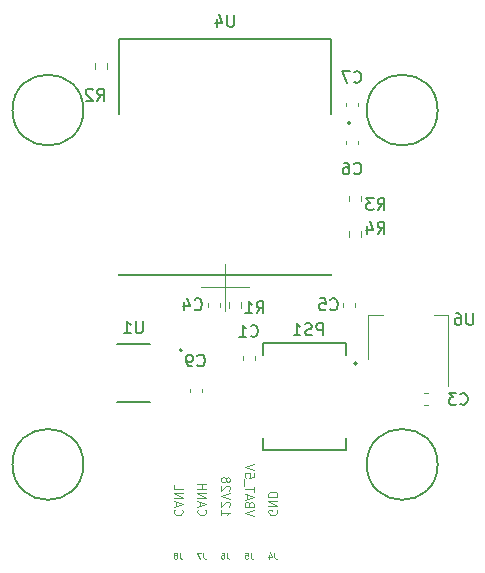
<source format=gbr>
%TF.GenerationSoftware,KiCad,Pcbnew,6.0.11-2627ca5db0~126~ubuntu22.04.1*%
%TF.CreationDate,2023-12-08T19:13:14-08:00*%
%TF.ProjectId,compact-probe,636f6d70-6163-4742-9d70-726f62652e6b,rev?*%
%TF.SameCoordinates,Original*%
%TF.FileFunction,Legend,Bot*%
%TF.FilePolarity,Positive*%
%FSLAX46Y46*%
G04 Gerber Fmt 4.6, Leading zero omitted, Abs format (unit mm)*
G04 Created by KiCad (PCBNEW 6.0.11-2627ca5db0~126~ubuntu22.04.1) date 2023-12-08 19:13:14*
%MOMM*%
%LPD*%
G01*
G04 APERTURE LIST*
%ADD10C,0.050000*%
%ADD11C,0.150000*%
%ADD12C,0.093750*%
%ADD13C,0.125000*%
%ADD14C,0.120000*%
%ADD15C,0.127000*%
%ADD16C,0.200000*%
G04 APERTURE END LIST*
D10*
X0Y2000000D02*
X0Y-2000000D01*
D11*
X18000000Y15000000D02*
G75*
G03*
X18000000Y15000000I-3000000J0D01*
G01*
X-12000000Y-15000000D02*
G75*
G03*
X-12000000Y-15000000I-3000000J0D01*
G01*
X18000000Y-15000000D02*
G75*
G03*
X18000000Y-15000000I-3000000J0D01*
G01*
D10*
X-2000000Y0D02*
X2000000Y0D01*
D11*
X-12000000Y15000000D02*
G75*
G03*
X-12000000Y15000000I-3000000J0D01*
G01*
D12*
X-2267857Y-18831919D02*
X-2303571Y-18867633D01*
X-2339285Y-18974776D01*
X-2339285Y-19046205D01*
X-2303571Y-19153348D01*
X-2232142Y-19224776D01*
X-2160714Y-19260491D01*
X-2017857Y-19296205D01*
X-1910714Y-19296205D01*
X-1767857Y-19260491D01*
X-1696428Y-19224776D01*
X-1625000Y-19153348D01*
X-1589285Y-19046205D01*
X-1589285Y-18974776D01*
X-1625000Y-18867633D01*
X-1660714Y-18831919D01*
X-2125000Y-18546205D02*
X-2124999Y-18189062D01*
X-2339285Y-18617633D02*
X-1589285Y-18367633D01*
X-2339285Y-18117633D01*
X-2339285Y-17867633D02*
X-1589285Y-17867633D01*
X-2339285Y-17439062D01*
X-1589285Y-17439062D01*
X-2339285Y-17081919D02*
X-1589285Y-17081919D01*
X-1946428Y-17081919D02*
X-1946428Y-16653348D01*
X-2339285Y-16653348D02*
X-1589285Y-16653348D01*
X4375000Y-18867633D02*
X4410714Y-18939062D01*
X4410714Y-19046205D01*
X4375000Y-19153348D01*
X4303571Y-19224776D01*
X4232142Y-19260491D01*
X4089285Y-19296205D01*
X3982142Y-19296205D01*
X3839285Y-19260491D01*
X3767857Y-19224776D01*
X3696428Y-19153348D01*
X3660714Y-19046205D01*
X3660714Y-18974776D01*
X3696428Y-18867633D01*
X3732142Y-18831919D01*
X3982142Y-18831919D01*
X3982142Y-18974776D01*
X3660714Y-18510491D02*
X4410714Y-18510491D01*
X3660714Y-18081919D01*
X4410714Y-18081919D01*
X3660714Y-17724776D02*
X4410714Y-17724776D01*
X4410714Y-17546205D01*
X4375000Y-17439062D01*
X4303571Y-17367633D01*
X4232142Y-17331919D01*
X4089285Y-17296205D01*
X3982142Y-17296205D01*
X3839285Y-17331919D01*
X3767857Y-17367633D01*
X3696428Y-17439062D01*
X3660714Y-17546205D01*
X3660714Y-17724776D01*
X-4267857Y-18831919D02*
X-4303571Y-18867633D01*
X-4339285Y-18974776D01*
X-4339285Y-19046205D01*
X-4303571Y-19153348D01*
X-4232142Y-19224776D01*
X-4160714Y-19260491D01*
X-4017857Y-19296205D01*
X-3910714Y-19296205D01*
X-3767857Y-19260491D01*
X-3696428Y-19224776D01*
X-3625000Y-19153348D01*
X-3589285Y-19046205D01*
X-3589285Y-18974776D01*
X-3625000Y-18867633D01*
X-3660714Y-18831919D01*
X-4125000Y-18546205D02*
X-4124999Y-18189062D01*
X-4339285Y-18617633D02*
X-3589285Y-18367633D01*
X-4339285Y-18117633D01*
X-4339285Y-17867633D02*
X-3589285Y-17867633D01*
X-4339285Y-17439062D01*
X-3589285Y-17439062D01*
X-4339285Y-16724776D02*
X-4339285Y-17081919D01*
X-3589285Y-17081919D01*
X-339285Y-18867633D02*
X-339285Y-19296205D01*
X-339285Y-19081919D02*
X410714Y-19081919D01*
X303571Y-19153348D01*
X232142Y-19224776D01*
X196428Y-19296205D01*
X339285Y-18581919D02*
X375000Y-18546205D01*
X410714Y-18474776D01*
X410714Y-18296205D01*
X375000Y-18224776D01*
X339285Y-18189062D01*
X267857Y-18153348D01*
X196428Y-18153348D01*
X89285Y-18189062D01*
X-339285Y-18617633D01*
X-339285Y-18153348D01*
X410714Y-17939062D02*
X-339285Y-17689062D01*
X410714Y-17439062D01*
X339285Y-17224776D02*
X375000Y-17189062D01*
X410714Y-17117633D01*
X410714Y-16939062D01*
X375000Y-16867633D01*
X339285Y-16831919D01*
X267857Y-16796205D01*
X196428Y-16796205D01*
X89285Y-16831919D01*
X-339285Y-17260491D01*
X-339285Y-16796205D01*
X89285Y-16367633D02*
X125000Y-16439062D01*
X160714Y-16474776D01*
X232142Y-16510491D01*
X267857Y-16510491D01*
X339285Y-16474776D01*
X375000Y-16439062D01*
X410714Y-16367633D01*
X410714Y-16224776D01*
X375000Y-16153348D01*
X339285Y-16117633D01*
X267857Y-16081919D01*
X232142Y-16081919D01*
X160714Y-16117633D01*
X125000Y-16153348D01*
X89285Y-16224776D01*
X89285Y-16367633D01*
X53571Y-16439062D01*
X17857Y-16474776D01*
X-53571Y-16510491D01*
X-196428Y-16510491D01*
X-267857Y-16474776D01*
X-303571Y-16439062D01*
X-339285Y-16367633D01*
X-339285Y-16224776D01*
X-303571Y-16153348D01*
X-267857Y-16117633D01*
X-196428Y-16081919D01*
X-53571Y-16081919D01*
X17857Y-16117633D01*
X53571Y-16153348D01*
X89285Y-16224776D01*
X2410714Y-19367633D02*
X1660714Y-19117633D01*
X2410714Y-18867633D01*
X2053571Y-18367633D02*
X2017857Y-18260491D01*
X1982142Y-18224776D01*
X1910714Y-18189062D01*
X1803571Y-18189062D01*
X1732142Y-18224776D01*
X1696428Y-18260491D01*
X1660714Y-18331919D01*
X1660714Y-18617633D01*
X2410714Y-18617633D01*
X2410714Y-18367633D01*
X2375000Y-18296205D01*
X2339285Y-18260491D01*
X2267857Y-18224776D01*
X2196428Y-18224776D01*
X2125000Y-18260491D01*
X2089285Y-18296205D01*
X2053571Y-18367633D01*
X2053571Y-18617633D01*
X1875000Y-17903348D02*
X1875000Y-17546205D01*
X1660714Y-17974776D02*
X2410714Y-17724776D01*
X1660714Y-17474776D01*
X2410714Y-17331919D02*
X2410714Y-16903348D01*
X1660714Y-17117633D02*
X2410714Y-17117633D01*
X1589285Y-16831919D02*
X1589285Y-16260491D01*
X2410714Y-15724776D02*
X2410714Y-16081919D01*
X2053571Y-16117633D01*
X2089285Y-16081919D01*
X2125000Y-16010491D01*
X2125000Y-15831919D01*
X2089285Y-15760491D01*
X2053571Y-15724776D01*
X1982142Y-15689062D01*
X1803571Y-15689062D01*
X1732142Y-15724776D01*
X1696428Y-15760491D01*
X1660714Y-15831919D01*
X1660714Y-16010491D01*
X1696428Y-16081919D01*
X1732142Y-16117633D01*
X2410714Y-15474776D02*
X1660714Y-15224776D01*
X2410714Y-14974776D01*
D11*
%TO.C,C9*%
X-2333333Y-6607142D02*
X-2285714Y-6654761D01*
X-2142857Y-6702380D01*
X-2047619Y-6702380D01*
X-1904761Y-6654761D01*
X-1809523Y-6559523D01*
X-1761904Y-6464285D01*
X-1714285Y-6273809D01*
X-1714285Y-6130952D01*
X-1761904Y-5940476D01*
X-1809523Y-5845238D01*
X-1904761Y-5750000D01*
X-2047619Y-5702380D01*
X-2142857Y-5702380D01*
X-2285714Y-5750000D01*
X-2333333Y-5797619D01*
X-2809523Y-6702380D02*
X-3000000Y-6702380D01*
X-3095238Y-6654761D01*
X-3142857Y-6607142D01*
X-3238095Y-6464285D01*
X-3285714Y-6273809D01*
X-3285714Y-5892857D01*
X-3238095Y-5797619D01*
X-3190476Y-5750000D01*
X-3095238Y-5702380D01*
X-2904761Y-5702380D01*
X-2809523Y-5750000D01*
X-2761904Y-5797619D01*
X-2714285Y-5892857D01*
X-2714285Y-6130952D01*
X-2761904Y-6226190D01*
X-2809523Y-6273809D01*
X-2904761Y-6321428D01*
X-3095238Y-6321428D01*
X-3190476Y-6273809D01*
X-3238095Y-6226190D01*
X-3285714Y-6130952D01*
%TO.C,U6*%
X21011904Y-2202380D02*
X21011904Y-3011904D01*
X20964285Y-3107142D01*
X20916666Y-3154761D01*
X20821428Y-3202380D01*
X20630952Y-3202380D01*
X20535714Y-3154761D01*
X20488095Y-3107142D01*
X20440476Y-3011904D01*
X20440476Y-2202380D01*
X19535714Y-2202380D02*
X19726190Y-2202380D01*
X19821428Y-2250000D01*
X19869047Y-2297619D01*
X19964285Y-2440476D01*
X20011904Y-2630952D01*
X20011904Y-3011904D01*
X19964285Y-3107142D01*
X19916666Y-3154761D01*
X19821428Y-3202380D01*
X19630952Y-3202380D01*
X19535714Y-3154761D01*
X19488095Y-3107142D01*
X19440476Y-3011904D01*
X19440476Y-2773809D01*
X19488095Y-2678571D01*
X19535714Y-2630952D01*
X19630952Y-2583333D01*
X19821428Y-2583333D01*
X19916666Y-2630952D01*
X19964285Y-2678571D01*
X20011904Y-2773809D01*
%TO.C,C5*%
X8916666Y-1857142D02*
X8964285Y-1904761D01*
X9107142Y-1952380D01*
X9202380Y-1952380D01*
X9345238Y-1904761D01*
X9440476Y-1809523D01*
X9488095Y-1714285D01*
X9535714Y-1523809D01*
X9535714Y-1380952D01*
X9488095Y-1190476D01*
X9440476Y-1095238D01*
X9345238Y-1000000D01*
X9202380Y-952380D01*
X9107142Y-952380D01*
X8964285Y-1000000D01*
X8916666Y-1047619D01*
X8011904Y-952380D02*
X8488095Y-952380D01*
X8535714Y-1428571D01*
X8488095Y-1380952D01*
X8392857Y-1333333D01*
X8154761Y-1333333D01*
X8059523Y-1380952D01*
X8011904Y-1428571D01*
X7964285Y-1523809D01*
X7964285Y-1761904D01*
X8011904Y-1857142D01*
X8059523Y-1904761D01*
X8154761Y-1952380D01*
X8392857Y-1952380D01*
X8488095Y-1904761D01*
X8535714Y-1857142D01*
D13*
%TO.C,J6*%
X166666Y-22476190D02*
X166666Y-22833333D01*
X190476Y-22904761D01*
X238095Y-22952380D01*
X309523Y-22976190D01*
X357142Y-22976190D01*
X-285714Y-22476190D02*
X-190476Y-22476190D01*
X-142857Y-22500000D01*
X-119047Y-22523809D01*
X-71428Y-22595238D01*
X-47619Y-22690476D01*
X-47619Y-22880952D01*
X-71428Y-22928571D01*
X-95238Y-22952380D01*
X-142857Y-22976190D01*
X-238095Y-22976190D01*
X-285714Y-22952380D01*
X-309523Y-22928571D01*
X-333333Y-22880952D01*
X-333333Y-22761904D01*
X-309523Y-22714285D01*
X-285714Y-22690476D01*
X-238095Y-22666666D01*
X-142857Y-22666666D01*
X-95238Y-22690476D01*
X-71428Y-22714285D01*
X-47619Y-22761904D01*
D11*
%TO.C,C1*%
X2166666Y-4107142D02*
X2214285Y-4154761D01*
X2357142Y-4202380D01*
X2452380Y-4202380D01*
X2595238Y-4154761D01*
X2690476Y-4059523D01*
X2738095Y-3964285D01*
X2785714Y-3773809D01*
X2785714Y-3630952D01*
X2738095Y-3440476D01*
X2690476Y-3345238D01*
X2595238Y-3250000D01*
X2452380Y-3202380D01*
X2357142Y-3202380D01*
X2214285Y-3250000D01*
X2166666Y-3297619D01*
X1214285Y-4202380D02*
X1785714Y-4202380D01*
X1500000Y-4202380D02*
X1500000Y-3202380D01*
X1595238Y-3345238D01*
X1690476Y-3440476D01*
X1785714Y-3488095D01*
%TO.C,C6*%
X10916666Y9642857D02*
X10964285Y9595238D01*
X11107142Y9547619D01*
X11202380Y9547619D01*
X11345238Y9595238D01*
X11440476Y9690476D01*
X11488095Y9785714D01*
X11535714Y9976190D01*
X11535714Y10119047D01*
X11488095Y10309523D01*
X11440476Y10404761D01*
X11345238Y10500000D01*
X11202380Y10547619D01*
X11107142Y10547619D01*
X10964285Y10500000D01*
X10916666Y10452380D01*
X10059523Y10547619D02*
X10250000Y10547619D01*
X10345238Y10500000D01*
X10392857Y10452380D01*
X10488095Y10309523D01*
X10535714Y10119047D01*
X10535714Y9738095D01*
X10488095Y9642857D01*
X10440476Y9595238D01*
X10345238Y9547619D01*
X10154761Y9547619D01*
X10059523Y9595238D01*
X10011904Y9642857D01*
X9964285Y9738095D01*
X9964285Y9976190D01*
X10011904Y10071428D01*
X10059523Y10119047D01*
X10154761Y10166666D01*
X10345238Y10166666D01*
X10440476Y10119047D01*
X10488095Y10071428D01*
X10535714Y9976190D01*
%TO.C,U1*%
X-6988095Y-2892380D02*
X-6988095Y-3701904D01*
X-7035714Y-3797142D01*
X-7083333Y-3844761D01*
X-7178571Y-3892380D01*
X-7369047Y-3892380D01*
X-7464285Y-3844761D01*
X-7511904Y-3797142D01*
X-7559523Y-3701904D01*
X-7559523Y-2892380D01*
X-8559523Y-3892380D02*
X-7988095Y-3892380D01*
X-8273809Y-3892380D02*
X-8273809Y-2892380D01*
X-8178571Y-3035238D01*
X-8083333Y-3130476D01*
X-7988095Y-3178095D01*
D13*
%TO.C,J5*%
X2166666Y-22476190D02*
X2166666Y-22833333D01*
X2190476Y-22904761D01*
X2238095Y-22952380D01*
X2309523Y-22976190D01*
X2357142Y-22976190D01*
X1690476Y-22476190D02*
X1928571Y-22476190D01*
X1952380Y-22714285D01*
X1928571Y-22690476D01*
X1880952Y-22666666D01*
X1761904Y-22666666D01*
X1714285Y-22690476D01*
X1690476Y-22714285D01*
X1666666Y-22761904D01*
X1666666Y-22880952D01*
X1690476Y-22928571D01*
X1714285Y-22952380D01*
X1761904Y-22976190D01*
X1880952Y-22976190D01*
X1928571Y-22952380D01*
X1952380Y-22928571D01*
%TO.C,J4*%
X4166666Y-22476190D02*
X4166666Y-22833333D01*
X4190476Y-22904761D01*
X4238095Y-22952380D01*
X4309523Y-22976190D01*
X4357142Y-22976190D01*
X3714285Y-22642857D02*
X3714285Y-22976190D01*
X3833333Y-22452380D02*
X3952380Y-22809523D01*
X3642857Y-22809523D01*
%TO.C,J8*%
X-3833333Y-22476190D02*
X-3833333Y-22833333D01*
X-3809523Y-22904761D01*
X-3761904Y-22952380D01*
X-3690476Y-22976190D01*
X-3642857Y-22976190D01*
X-4142857Y-22690476D02*
X-4095238Y-22666666D01*
X-4071428Y-22642857D01*
X-4047619Y-22595238D01*
X-4047619Y-22571428D01*
X-4071428Y-22523809D01*
X-4095238Y-22500000D01*
X-4142857Y-22476190D01*
X-4238095Y-22476190D01*
X-4285714Y-22500000D01*
X-4309523Y-22523809D01*
X-4333333Y-22571428D01*
X-4333333Y-22595238D01*
X-4309523Y-22642857D01*
X-4285714Y-22666666D01*
X-4238095Y-22690476D01*
X-4142857Y-22690476D01*
X-4095238Y-22714285D01*
X-4071428Y-22738095D01*
X-4047619Y-22785714D01*
X-4047619Y-22880952D01*
X-4071428Y-22928571D01*
X-4095238Y-22952380D01*
X-4142857Y-22976190D01*
X-4238095Y-22976190D01*
X-4285714Y-22952380D01*
X-4309523Y-22928571D01*
X-4333333Y-22880952D01*
X-4333333Y-22785714D01*
X-4309523Y-22738095D01*
X-4285714Y-22714285D01*
X-4238095Y-22690476D01*
D11*
%TO.C,R4*%
X12916666Y4547619D02*
X13250000Y5023809D01*
X13488095Y4547619D02*
X13488095Y5547619D01*
X13107142Y5547619D01*
X13011904Y5500000D01*
X12964285Y5452380D01*
X12916666Y5357142D01*
X12916666Y5214285D01*
X12964285Y5119047D01*
X13011904Y5071428D01*
X13107142Y5023809D01*
X13488095Y5023809D01*
X12059523Y5214285D02*
X12059523Y4547619D01*
X12297619Y5595238D02*
X12535714Y4880952D01*
X11916666Y4880952D01*
%TO.C,R1*%
X2666666Y-2202380D02*
X3000000Y-1726190D01*
X3238095Y-2202380D02*
X3238095Y-1202380D01*
X2857142Y-1202380D01*
X2761904Y-1250000D01*
X2714285Y-1297619D01*
X2666666Y-1392857D01*
X2666666Y-1535714D01*
X2714285Y-1630952D01*
X2761904Y-1678571D01*
X2857142Y-1726190D01*
X3238095Y-1726190D01*
X1714285Y-2202380D02*
X2285714Y-2202380D01*
X2000000Y-2202380D02*
X2000000Y-1202380D01*
X2095238Y-1345238D01*
X2190476Y-1440476D01*
X2285714Y-1488095D01*
%TO.C,C7*%
X10916666Y17392857D02*
X10964285Y17345238D01*
X11107142Y17297619D01*
X11202380Y17297619D01*
X11345238Y17345238D01*
X11440476Y17440476D01*
X11488095Y17535714D01*
X11535714Y17726190D01*
X11535714Y17869047D01*
X11488095Y18059523D01*
X11440476Y18154761D01*
X11345238Y18250000D01*
X11202380Y18297619D01*
X11107142Y18297619D01*
X10964285Y18250000D01*
X10916666Y18202380D01*
X10583333Y18297619D02*
X9916666Y18297619D01*
X10345238Y17297619D01*
%TO.C,R2*%
X-10833333Y15797619D02*
X-10500000Y16273809D01*
X-10261904Y15797619D02*
X-10261904Y16797619D01*
X-10642857Y16797619D01*
X-10738095Y16750000D01*
X-10785714Y16702380D01*
X-10833333Y16607142D01*
X-10833333Y16464285D01*
X-10785714Y16369047D01*
X-10738095Y16321428D01*
X-10642857Y16273809D01*
X-10261904Y16273809D01*
X-11214285Y16702380D02*
X-11261904Y16750000D01*
X-11357142Y16797619D01*
X-11595238Y16797619D01*
X-11690476Y16750000D01*
X-11738095Y16702380D01*
X-11785714Y16607142D01*
X-11785714Y16511904D01*
X-11738095Y16369047D01*
X-11166666Y15797619D01*
X-11785714Y15797619D01*
%TO.C,U4*%
X761904Y23047619D02*
X761904Y22238095D01*
X714285Y22142857D01*
X666666Y22095238D01*
X571428Y22047619D01*
X380952Y22047619D01*
X285714Y22095238D01*
X238095Y22142857D01*
X190476Y22238095D01*
X190476Y23047619D01*
X-714285Y22714285D02*
X-714285Y22047619D01*
X-476190Y23095238D02*
X-238095Y22380952D01*
X-857142Y22380952D01*
D13*
%TO.C,J7*%
X-1833333Y-22476190D02*
X-1833333Y-22833333D01*
X-1809523Y-22904761D01*
X-1761904Y-22952380D01*
X-1690476Y-22976190D01*
X-1642857Y-22976190D01*
X-2023809Y-22476190D02*
X-2357142Y-22476190D01*
X-2142857Y-22976190D01*
D11*
%TO.C,R3*%
X12916666Y6547619D02*
X13250000Y7023809D01*
X13488095Y6547619D02*
X13488095Y7547619D01*
X13107142Y7547619D01*
X13011904Y7500000D01*
X12964285Y7452380D01*
X12916666Y7357142D01*
X12916666Y7214285D01*
X12964285Y7119047D01*
X13011904Y7071428D01*
X13107142Y7023809D01*
X13488095Y7023809D01*
X12583333Y7547619D02*
X11964285Y7547619D01*
X12297619Y7166666D01*
X12154761Y7166666D01*
X12059523Y7119047D01*
X12011904Y7071428D01*
X11964285Y6976190D01*
X11964285Y6738095D01*
X12011904Y6642857D01*
X12059523Y6595238D01*
X12154761Y6547619D01*
X12440476Y6547619D01*
X12535714Y6595238D01*
X12583333Y6642857D01*
%TO.C,PS1*%
X8289285Y-4067380D02*
X8289285Y-3067380D01*
X7908333Y-3067380D01*
X7813095Y-3115000D01*
X7765476Y-3162619D01*
X7717857Y-3257857D01*
X7717857Y-3400714D01*
X7765476Y-3495952D01*
X7813095Y-3543571D01*
X7908333Y-3591190D01*
X8289285Y-3591190D01*
X7336904Y-4019761D02*
X7194047Y-4067380D01*
X6955952Y-4067380D01*
X6860714Y-4019761D01*
X6813095Y-3972142D01*
X6765476Y-3876904D01*
X6765476Y-3781666D01*
X6813095Y-3686428D01*
X6860714Y-3638809D01*
X6955952Y-3591190D01*
X7146428Y-3543571D01*
X7241666Y-3495952D01*
X7289285Y-3448333D01*
X7336904Y-3353095D01*
X7336904Y-3257857D01*
X7289285Y-3162619D01*
X7241666Y-3115000D01*
X7146428Y-3067380D01*
X6908333Y-3067380D01*
X6765476Y-3115000D01*
X5813095Y-4067380D02*
X6384523Y-4067380D01*
X6098809Y-4067380D02*
X6098809Y-3067380D01*
X6194047Y-3210238D01*
X6289285Y-3305476D01*
X6384523Y-3353095D01*
%TO.C,C4*%
X-2583333Y-1857142D02*
X-2535714Y-1904761D01*
X-2392857Y-1952380D01*
X-2297619Y-1952380D01*
X-2154761Y-1904761D01*
X-2059523Y-1809523D01*
X-2011904Y-1714285D01*
X-1964285Y-1523809D01*
X-1964285Y-1380952D01*
X-2011904Y-1190476D01*
X-2059523Y-1095238D01*
X-2154761Y-1000000D01*
X-2297619Y-952380D01*
X-2392857Y-952380D01*
X-2535714Y-1000000D01*
X-2583333Y-1047619D01*
X-3440476Y-1285714D02*
X-3440476Y-1952380D01*
X-3202380Y-904761D02*
X-2964285Y-1619047D01*
X-3583333Y-1619047D01*
%TO.C,C3*%
X19916666Y-9857142D02*
X19964285Y-9904761D01*
X20107142Y-9952380D01*
X20202380Y-9952380D01*
X20345238Y-9904761D01*
X20440476Y-9809523D01*
X20488095Y-9714285D01*
X20535714Y-9523809D01*
X20535714Y-9380952D01*
X20488095Y-9190476D01*
X20440476Y-9095238D01*
X20345238Y-9000000D01*
X20202380Y-8952380D01*
X20107142Y-8952380D01*
X19964285Y-9000000D01*
X19916666Y-9047619D01*
X19583333Y-8952380D02*
X18964285Y-8952380D01*
X19297619Y-9333333D01*
X19154761Y-9333333D01*
X19059523Y-9380952D01*
X19011904Y-9428571D01*
X18964285Y-9523809D01*
X18964285Y-9761904D01*
X19011904Y-9857142D01*
X19059523Y-9904761D01*
X19154761Y-9952380D01*
X19440476Y-9952380D01*
X19535714Y-9904761D01*
X19583333Y-9857142D01*
D14*
%TO.C,C9*%
X-1990000Y-8609420D02*
X-1990000Y-8890580D01*
X-3010000Y-8609420D02*
X-3010000Y-8890580D01*
%TO.C,U6*%
X12090000Y-2340000D02*
X13350000Y-2340000D01*
X18910000Y-2340000D02*
X17650000Y-2340000D01*
X18910000Y-8350000D02*
X18910000Y-2340000D01*
X12090000Y-6100000D02*
X12090000Y-2340000D01*
%TO.C,C5*%
X11010000Y-1640580D02*
X11010000Y-1359420D01*
X9990000Y-1640580D02*
X9990000Y-1359420D01*
%TO.C,C1*%
X2510000Y-6140580D02*
X2510000Y-5859420D01*
X1490000Y-6140580D02*
X1490000Y-5859420D01*
%TO.C,C6*%
X10240000Y12390580D02*
X10240000Y12109420D01*
X11260000Y12390580D02*
X11260000Y12109420D01*
D15*
%TO.C,U1*%
X-6360000Y-4800000D02*
X-9140000Y-4800000D01*
X-6360000Y-9700000D02*
X-9140000Y-9700000D01*
D16*
X-3650000Y-5345000D02*
G75*
G03*
X-3650000Y-5345000I-100000J0D01*
G01*
D14*
%TO.C,R4*%
X11522500Y4262742D02*
X11522500Y4737258D01*
X10477500Y4262742D02*
X10477500Y4737258D01*
%TO.C,R1*%
X327500Y-1737258D02*
X327500Y-1262742D01*
X1372500Y-1737258D02*
X1372500Y-1262742D01*
%TO.C,C7*%
X10240000Y15359420D02*
X10240000Y15640580D01*
X11260000Y15359420D02*
X11260000Y15640580D01*
%TO.C,R2*%
X-11022500Y18987258D02*
X-11022500Y18512742D01*
X-9977500Y18987258D02*
X-9977500Y18512742D01*
D15*
%TO.C,U4*%
X9000000Y1000000D02*
X9000000Y1130000D01*
X-9000000Y14670000D02*
X-9000000Y21000000D01*
X-9000000Y1000000D02*
X-9000000Y1130000D01*
X9000000Y21000000D02*
X9000000Y14670000D01*
X-9000000Y21000000D02*
X9000000Y21000000D01*
X9000000Y1000000D02*
X-9000000Y1000000D01*
D16*
X10600000Y13900000D02*
G75*
G03*
X10600000Y13900000I-100000J0D01*
G01*
D14*
%TO.C,R3*%
X10477500Y7737258D02*
X10477500Y7262742D01*
X11522500Y7737258D02*
X11522500Y7262742D01*
D15*
%TO.C,PS1*%
X3250000Y-13750000D02*
X3250000Y-12750000D01*
X3250000Y-4750000D02*
X3250000Y-5750000D01*
X3250000Y-13750000D02*
X10250000Y-13750000D01*
X10250000Y-13750000D02*
X10250000Y-12750000D01*
X10250000Y-4750000D02*
X3250000Y-4750000D01*
X10250000Y-4750000D02*
X10250000Y-5750000D01*
D16*
X11150000Y-6450000D02*
G75*
G03*
X11150000Y-6450000I-100000J0D01*
G01*
D14*
%TO.C,C4*%
X-1410000Y-1359420D02*
X-1410000Y-1640580D01*
X-390000Y-1359420D02*
X-390000Y-1640580D01*
%TO.C,C3*%
X17140580Y-8990000D02*
X16859420Y-8990000D01*
X17140580Y-10010000D02*
X16859420Y-10010000D01*
%TD*%
M02*

</source>
